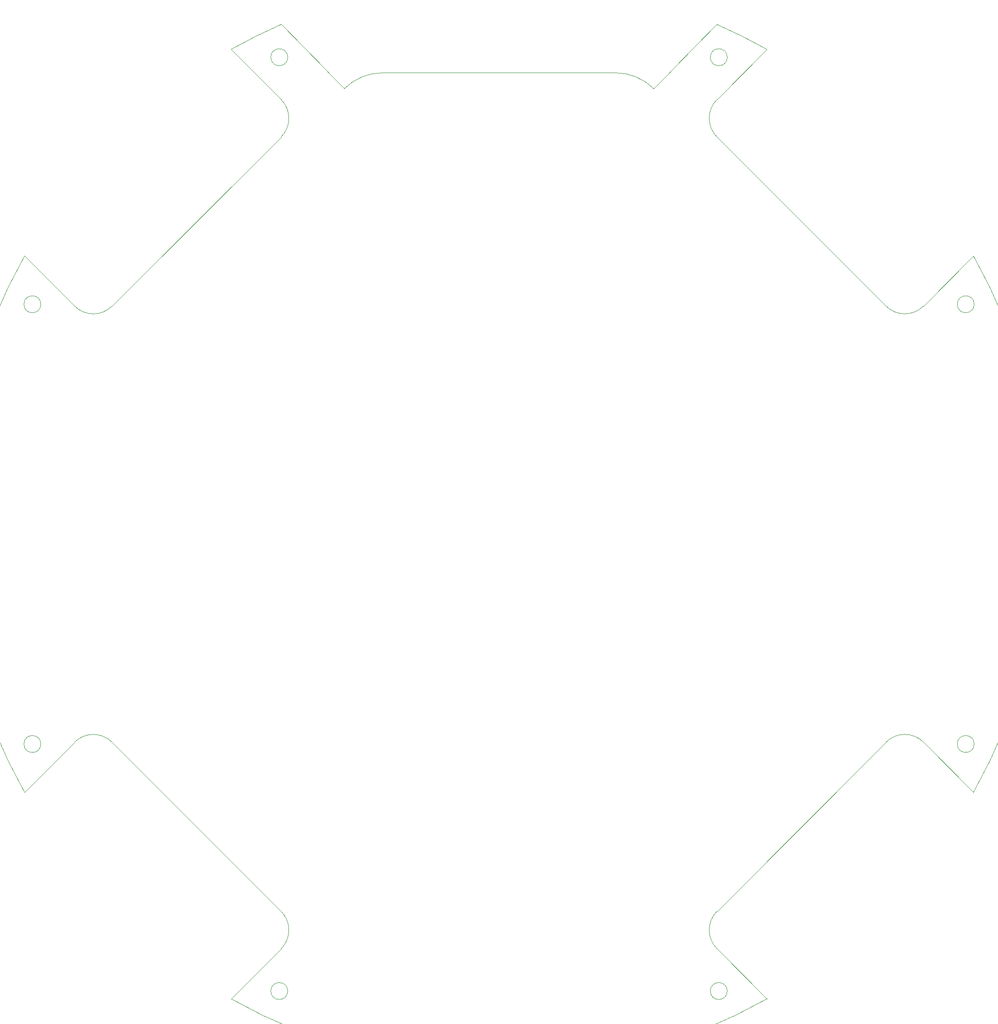
<source format=gbr>
%TF.GenerationSoftware,KiCad,Pcbnew,7.0.6-0*%
%TF.CreationDate,2023-09-15T15:12:43+10:00*%
%TF.ProjectId,Line 3.1,4c696e65-2033-42e3-912e-6b696361645f,rev?*%
%TF.SameCoordinates,Original*%
%TF.FileFunction,Profile,NP*%
%FSLAX46Y46*%
G04 Gerber Fmt 4.6, Leading zero omitted, Abs format (unit mm)*
G04 Created by KiCad (PCBNEW 7.0.6-0) date 2023-09-15 15:12:43*
%MOMM*%
%LPD*%
G01*
G04 APERTURE LIST*
%TA.AperFunction,Profile*%
%ADD10C,0.050000*%
%TD*%
G04 APERTURE END LIST*
D10*
X182712672Y-64193532D02*
X181919048Y-65000200D01*
X108810930Y-230221464D02*
G75*
G03*
X108810930Y-223150396I-3535530J3535534D01*
G01*
X108810930Y-76850004D02*
X76849704Y-108811230D01*
X171999900Y-64733513D02*
X127999900Y-64733513D01*
X63391460Y-108460808D02*
G75*
G03*
X63391460Y-108460808I-1600000J0D01*
G01*
X110060508Y-238208640D02*
G75*
G03*
X110060508Y-238208640I-1600000J0D01*
G01*
X191188870Y-69778936D02*
X200652264Y-60315541D01*
X179241103Y-67722161D02*
G75*
G03*
X171999900Y-64733513I-7241203J-7278039D01*
G01*
X63391460Y-191539592D02*
G75*
G03*
X63391460Y-191539592I-1600000J0D01*
G01*
X76849704Y-191189170D02*
G75*
G03*
X69778636Y-191189170I-3535534J-3535534D01*
G01*
X223150096Y-108811230D02*
X191188870Y-76850004D01*
X239684559Y-99347836D02*
X230221164Y-108811230D01*
X108822158Y-55589431D02*
G75*
G03*
X99347536Y-60315542I41177042J-94409369D01*
G01*
X191177642Y-55589430D02*
X182712672Y-64193532D01*
X76849704Y-191189170D02*
X108810930Y-223150396D01*
X191188870Y-69778936D02*
G75*
G03*
X191188870Y-76850004I3535530J-3535534D01*
G01*
X118080752Y-65000200D02*
X117287128Y-64193532D01*
X110060508Y-61791760D02*
G75*
G03*
X110060508Y-61791760I-1600000J0D01*
G01*
X239684559Y-200652564D02*
G75*
G03*
X239684559Y-99347836I-89684659J50652364D01*
G01*
X191188870Y-223150396D02*
G75*
G03*
X191188870Y-230221464I3535530J-3535534D01*
G01*
X60315241Y-99347836D02*
G75*
G03*
X60315241Y-200652564I89684659J-50652364D01*
G01*
X99347536Y-60315542D02*
X108810930Y-69778936D01*
X223150096Y-108811230D02*
G75*
G03*
X230221164Y-108811230I3535534J3535534D01*
G01*
X108810930Y-230221464D02*
X99347536Y-239684859D01*
X191188870Y-223150396D02*
X223150096Y-191189170D01*
X200652264Y-239684859D02*
X191188870Y-230221464D01*
X230221164Y-191189170D02*
G75*
G03*
X223150096Y-191189170I-3535534J-3535534D01*
G01*
X239808340Y-191539592D02*
G75*
G03*
X239808340Y-191539592I-1600000J0D01*
G01*
X127999900Y-64733513D02*
G75*
G03*
X120758697Y-67722161I0J-10266687D01*
G01*
X69778636Y-108811230D02*
G75*
G03*
X76849704Y-108811230I3535534J3535534D01*
G01*
X117287128Y-64193532D02*
X108822158Y-55589430D01*
X120758697Y-67722161D02*
X118080752Y-65000200D01*
X230221164Y-191189170D02*
X239684559Y-200652564D01*
X239808340Y-108460808D02*
G75*
G03*
X239808340Y-108460808I-1600000J0D01*
G01*
X60315241Y-200652564D02*
X69778636Y-191189170D01*
X99347536Y-239684859D02*
G75*
G03*
X200652264Y-239684859I50652364J89684660D01*
G01*
X193139292Y-61791760D02*
G75*
G03*
X193139292Y-61791760I-1600000J0D01*
G01*
X69778636Y-108811230D02*
X60315241Y-99347836D01*
X193139292Y-238208640D02*
G75*
G03*
X193139292Y-238208640I-1600000J0D01*
G01*
X108810930Y-76850004D02*
G75*
G03*
X108810930Y-69778936I-3535530J3535534D01*
G01*
X200652264Y-60315542D02*
G75*
G03*
X191177642Y-55589430I-50652264J-89684458D01*
G01*
X181919048Y-65000200D02*
X179241103Y-67722161D01*
M02*

</source>
